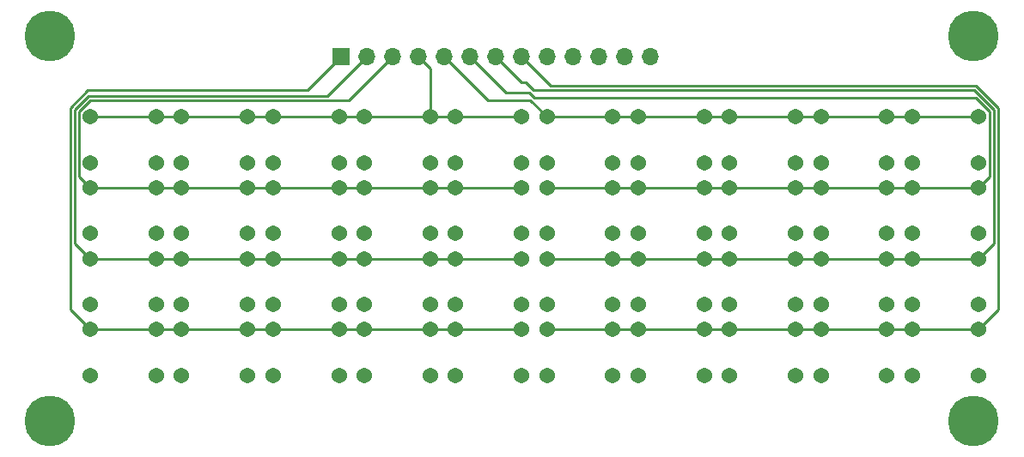
<source format=gbr>
%TF.GenerationSoftware,KiCad,Pcbnew,(5.1.6)-1*%
%TF.CreationDate,2020-09-22T22:21:25+03:00*%
%TF.ProjectId,ZX Keyboard_buttons,5a58204b-6579-4626-9f61-72645f627574,rev?*%
%TF.SameCoordinates,Original*%
%TF.FileFunction,Copper,L1,Top*%
%TF.FilePolarity,Positive*%
%FSLAX46Y46*%
G04 Gerber Fmt 4.6, Leading zero omitted, Abs format (unit mm)*
G04 Created by KiCad (PCBNEW (5.1.6)-1) date 2020-09-22 22:21:25*
%MOMM*%
%LPD*%
G01*
G04 APERTURE LIST*
%TA.AperFunction,ComponentPad*%
%ADD10C,1.540000*%
%TD*%
%TA.AperFunction,ComponentPad*%
%ADD11O,1.700000X1.700000*%
%TD*%
%TA.AperFunction,ComponentPad*%
%ADD12R,1.700000X1.700000*%
%TD*%
%TA.AperFunction,ViaPad*%
%ADD13C,5.000000*%
%TD*%
%TA.AperFunction,Conductor*%
%ADD14C,0.250000*%
%TD*%
G04 APERTURE END LIST*
D10*
%TO.P,S4,4*%
%TO.N,/K_D3*%
X69500000Y-109500000D03*
%TO.P,S4,3*%
X63000000Y-109500000D03*
%TO.P,S4,2*%
%TO.N,/K_A11*%
X69500000Y-105000000D03*
%TO.P,S4,1*%
X63000000Y-105000000D03*
%TD*%
%TO.P,S5,4*%
%TO.N,/K_D4*%
X78500000Y-109500000D03*
%TO.P,S5,3*%
X72000000Y-109500000D03*
%TO.P,S5,2*%
%TO.N,/K_A11*%
X78500000Y-105000000D03*
%TO.P,S5,1*%
X72000000Y-105000000D03*
%TD*%
D11*
%TO.P,J1,13*%
%TO.N,/K_D0*%
X91186000Y-99060000D03*
%TO.P,J1,12*%
%TO.N,/K_D1*%
X88646000Y-99060000D03*
%TO.P,J1,11*%
%TO.N,/K_D2*%
X86106000Y-99060000D03*
%TO.P,J1,10*%
%TO.N,/K_D3*%
X83566000Y-99060000D03*
%TO.P,J1,9*%
%TO.N,/K_D4*%
X81026000Y-99060000D03*
%TO.P,J1,8*%
%TO.N,/K_A15*%
X78486000Y-99060000D03*
%TO.P,J1,7*%
%TO.N,/K_A14*%
X75946000Y-99060000D03*
%TO.P,J1,6*%
%TO.N,/K_A13*%
X73406000Y-99060000D03*
%TO.P,J1,5*%
%TO.N,/K_A12*%
X70866000Y-99060000D03*
%TO.P,J1,4*%
%TO.N,/K_A11*%
X68326000Y-99060000D03*
%TO.P,J1,3*%
%TO.N,/K_A10*%
X65786000Y-99060000D03*
%TO.P,J1,2*%
%TO.N,/K_A9*%
X63246000Y-99060000D03*
D12*
%TO.P,J1,1*%
%TO.N,/K_A8*%
X60706000Y-99060000D03*
%TD*%
D10*
%TO.P,S40,4*%
%TO.N,/K_D0*%
X123500000Y-130500000D03*
%TO.P,S40,3*%
X117000000Y-130500000D03*
%TO.P,S40,2*%
%TO.N,/K_A15*%
X123500000Y-126000000D03*
%TO.P,S40,1*%
X117000000Y-126000000D03*
%TD*%
%TO.P,S39,4*%
%TO.N,/K_D1*%
X114500000Y-130500000D03*
%TO.P,S39,3*%
X108000000Y-130500000D03*
%TO.P,S39,2*%
%TO.N,/K_A15*%
X114500000Y-126000000D03*
%TO.P,S39,1*%
X108000000Y-126000000D03*
%TD*%
%TO.P,S38,4*%
%TO.N,/K_D2*%
X105500000Y-130500000D03*
%TO.P,S38,3*%
X99000000Y-130500000D03*
%TO.P,S38,2*%
%TO.N,/K_A15*%
X105500000Y-126000000D03*
%TO.P,S38,1*%
X99000000Y-126000000D03*
%TD*%
%TO.P,S37,4*%
%TO.N,/K_D3*%
X96500000Y-130500000D03*
%TO.P,S37,3*%
X90000000Y-130500000D03*
%TO.P,S37,2*%
%TO.N,/K_A15*%
X96500000Y-126000000D03*
%TO.P,S37,1*%
X90000000Y-126000000D03*
%TD*%
%TO.P,S36,4*%
%TO.N,/K_D4*%
X87500000Y-130500000D03*
%TO.P,S36,3*%
X81000000Y-130500000D03*
%TO.P,S36,2*%
%TO.N,/K_A15*%
X87500000Y-126000000D03*
%TO.P,S36,1*%
X81000000Y-126000000D03*
%TD*%
%TO.P,S35,4*%
%TO.N,/K_D4*%
X78500000Y-130500000D03*
%TO.P,S35,3*%
X72000000Y-130500000D03*
%TO.P,S35,2*%
%TO.N,/K_A8*%
X78500000Y-126000000D03*
%TO.P,S35,1*%
X72000000Y-126000000D03*
%TD*%
%TO.P,S34,4*%
%TO.N,/K_D3*%
X69500000Y-130500000D03*
%TO.P,S34,3*%
X63000000Y-130500000D03*
%TO.P,S34,2*%
%TO.N,/K_A8*%
X69500000Y-126000000D03*
%TO.P,S34,1*%
X63000000Y-126000000D03*
%TD*%
%TO.P,S33,4*%
%TO.N,/K_D2*%
X60500000Y-130500000D03*
%TO.P,S33,3*%
X54000000Y-130500000D03*
%TO.P,S33,2*%
%TO.N,/K_A8*%
X60500000Y-126000000D03*
%TO.P,S33,1*%
X54000000Y-126000000D03*
%TD*%
%TO.P,S32,4*%
%TO.N,/K_D1*%
X51500000Y-130500000D03*
%TO.P,S32,3*%
X45000000Y-130500000D03*
%TO.P,S32,2*%
%TO.N,/K_A8*%
X51500000Y-126000000D03*
%TO.P,S32,1*%
X45000000Y-126000000D03*
%TD*%
%TO.P,S31,4*%
%TO.N,/K_D0*%
X42500000Y-130500000D03*
%TO.P,S31,3*%
X36000000Y-130500000D03*
%TO.P,S31,2*%
%TO.N,/K_A8*%
X42500000Y-126000000D03*
%TO.P,S31,1*%
X36000000Y-126000000D03*
%TD*%
%TO.P,S30,4*%
%TO.N,/K_D0*%
X123500000Y-123500000D03*
%TO.P,S30,3*%
X117000000Y-123500000D03*
%TO.P,S30,2*%
%TO.N,/K_A14*%
X123500000Y-119000000D03*
%TO.P,S30,1*%
X117000000Y-119000000D03*
%TD*%
%TO.P,S29,4*%
%TO.N,/K_D1*%
X114500000Y-123500000D03*
%TO.P,S29,3*%
X108000000Y-123500000D03*
%TO.P,S29,2*%
%TO.N,/K_A14*%
X114500000Y-119000000D03*
%TO.P,S29,1*%
X108000000Y-119000000D03*
%TD*%
%TO.P,S28,4*%
%TO.N,/K_D2*%
X105500000Y-123500000D03*
%TO.P,S28,3*%
X99000000Y-123500000D03*
%TO.P,S28,2*%
%TO.N,/K_A14*%
X105500000Y-119000000D03*
%TO.P,S28,1*%
X99000000Y-119000000D03*
%TD*%
%TO.P,S27,4*%
%TO.N,/K_D3*%
X96500000Y-123500000D03*
%TO.P,S27,3*%
X90000000Y-123500000D03*
%TO.P,S27,2*%
%TO.N,/K_A14*%
X96500000Y-119000000D03*
%TO.P,S27,1*%
X90000000Y-119000000D03*
%TD*%
%TO.P,S26,4*%
%TO.N,/K_D4*%
X87500000Y-123500000D03*
%TO.P,S26,3*%
X81000000Y-123500000D03*
%TO.P,S26,2*%
%TO.N,/K_A14*%
X87500000Y-119000000D03*
%TO.P,S26,1*%
X81000000Y-119000000D03*
%TD*%
%TO.P,S25,4*%
%TO.N,/K_D4*%
X78500000Y-123500000D03*
%TO.P,S25,3*%
X72000000Y-123500000D03*
%TO.P,S25,2*%
%TO.N,/K_A9*%
X78500000Y-119000000D03*
%TO.P,S25,1*%
X72000000Y-119000000D03*
%TD*%
%TO.P,S24,4*%
%TO.N,/K_D3*%
X69500000Y-123500000D03*
%TO.P,S24,3*%
X63000000Y-123500000D03*
%TO.P,S24,2*%
%TO.N,/K_A9*%
X69500000Y-119000000D03*
%TO.P,S24,1*%
X63000000Y-119000000D03*
%TD*%
%TO.P,S23,4*%
%TO.N,/K_D2*%
X60500000Y-123500000D03*
%TO.P,S23,3*%
X54000000Y-123500000D03*
%TO.P,S23,2*%
%TO.N,/K_A9*%
X60500000Y-119000000D03*
%TO.P,S23,1*%
X54000000Y-119000000D03*
%TD*%
%TO.P,S22,4*%
%TO.N,/K_D1*%
X51500000Y-123500000D03*
%TO.P,S22,3*%
X45000000Y-123500000D03*
%TO.P,S22,2*%
%TO.N,/K_A9*%
X51500000Y-119000000D03*
%TO.P,S22,1*%
X45000000Y-119000000D03*
%TD*%
%TO.P,S21,4*%
%TO.N,/K_D0*%
X42500000Y-123500000D03*
%TO.P,S21,3*%
X36000000Y-123500000D03*
%TO.P,S21,2*%
%TO.N,/K_A9*%
X42500000Y-119000000D03*
%TO.P,S21,1*%
X36000000Y-119000000D03*
%TD*%
%TO.P,S20,4*%
%TO.N,/K_D0*%
X123500000Y-116500000D03*
%TO.P,S20,3*%
X117000000Y-116500000D03*
%TO.P,S20,2*%
%TO.N,/K_A13*%
X123500000Y-112000000D03*
%TO.P,S20,1*%
X117000000Y-112000000D03*
%TD*%
%TO.P,S19,4*%
%TO.N,/K_D1*%
X114500000Y-116500000D03*
%TO.P,S19,3*%
X108000000Y-116500000D03*
%TO.P,S19,2*%
%TO.N,/K_A13*%
X114500000Y-112000000D03*
%TO.P,S19,1*%
X108000000Y-112000000D03*
%TD*%
%TO.P,S18,4*%
%TO.N,/K_D2*%
X105500000Y-116500000D03*
%TO.P,S18,3*%
X99000000Y-116500000D03*
%TO.P,S18,2*%
%TO.N,/K_A13*%
X105500000Y-112000000D03*
%TO.P,S18,1*%
X99000000Y-112000000D03*
%TD*%
%TO.P,S17,4*%
%TO.N,/K_D3*%
X96500000Y-116500000D03*
%TO.P,S17,3*%
X90000000Y-116500000D03*
%TO.P,S17,2*%
%TO.N,/K_A13*%
X96500000Y-112000000D03*
%TO.P,S17,1*%
X90000000Y-112000000D03*
%TD*%
%TO.P,S16,4*%
%TO.N,/K_D4*%
X87500000Y-116500000D03*
%TO.P,S16,3*%
X81000000Y-116500000D03*
%TO.P,S16,2*%
%TO.N,/K_A13*%
X87500000Y-112000000D03*
%TO.P,S16,1*%
X81000000Y-112000000D03*
%TD*%
%TO.P,S15,4*%
%TO.N,/K_D4*%
X78500000Y-116500000D03*
%TO.P,S15,3*%
X72000000Y-116500000D03*
%TO.P,S15,2*%
%TO.N,/K_A10*%
X78500000Y-112000000D03*
%TO.P,S15,1*%
X72000000Y-112000000D03*
%TD*%
%TO.P,S14,4*%
%TO.N,/K_D3*%
X69500000Y-116500000D03*
%TO.P,S14,3*%
X63000000Y-116500000D03*
%TO.P,S14,2*%
%TO.N,/K_A10*%
X69500000Y-112000000D03*
%TO.P,S14,1*%
X63000000Y-112000000D03*
%TD*%
%TO.P,S13,4*%
%TO.N,/K_D2*%
X60500000Y-116500000D03*
%TO.P,S13,3*%
X54000000Y-116500000D03*
%TO.P,S13,2*%
%TO.N,/K_A10*%
X60500000Y-112000000D03*
%TO.P,S13,1*%
X54000000Y-112000000D03*
%TD*%
%TO.P,S12,4*%
%TO.N,/K_D1*%
X51500000Y-116500000D03*
%TO.P,S12,3*%
X45000000Y-116500000D03*
%TO.P,S12,2*%
%TO.N,/K_A10*%
X51500000Y-112000000D03*
%TO.P,S12,1*%
X45000000Y-112000000D03*
%TD*%
%TO.P,S11,4*%
%TO.N,/K_D0*%
X42500000Y-116500000D03*
%TO.P,S11,3*%
X36000000Y-116500000D03*
%TO.P,S11,2*%
%TO.N,/K_A10*%
X42500000Y-112000000D03*
%TO.P,S11,1*%
X36000000Y-112000000D03*
%TD*%
%TO.P,S10,4*%
%TO.N,/K_D0*%
X123500000Y-109500000D03*
%TO.P,S10,3*%
X117000000Y-109500000D03*
%TO.P,S10,2*%
%TO.N,/K_A12*%
X123500000Y-105000000D03*
%TO.P,S10,1*%
X117000000Y-105000000D03*
%TD*%
%TO.P,S9,4*%
%TO.N,/K_D1*%
X114500000Y-109500000D03*
%TO.P,S9,3*%
X108000000Y-109500000D03*
%TO.P,S9,2*%
%TO.N,/K_A12*%
X114500000Y-105000000D03*
%TO.P,S9,1*%
X108000000Y-105000000D03*
%TD*%
%TO.P,S8,4*%
%TO.N,/K_D2*%
X105500000Y-109500000D03*
%TO.P,S8,3*%
X99000000Y-109500000D03*
%TO.P,S8,2*%
%TO.N,/K_A12*%
X105500000Y-105000000D03*
%TO.P,S8,1*%
X99000000Y-105000000D03*
%TD*%
%TO.P,S7,4*%
%TO.N,/K_D3*%
X96500000Y-109500000D03*
%TO.P,S7,3*%
X90000000Y-109500000D03*
%TO.P,S7,2*%
%TO.N,/K_A12*%
X96500000Y-105000000D03*
%TO.P,S7,1*%
X90000000Y-105000000D03*
%TD*%
%TO.P,S6,4*%
%TO.N,/K_D4*%
X87500000Y-109500000D03*
%TO.P,S6,3*%
X81000000Y-109500000D03*
%TO.P,S6,2*%
%TO.N,/K_A12*%
X87500000Y-105000000D03*
%TO.P,S6,1*%
X81000000Y-105000000D03*
%TD*%
%TO.P,S3,4*%
%TO.N,/K_D2*%
X60500000Y-109500000D03*
%TO.P,S3,3*%
X54000000Y-109500000D03*
%TO.P,S3,2*%
%TO.N,/K_A11*%
X60500000Y-105000000D03*
%TO.P,S3,1*%
X54000000Y-105000000D03*
%TD*%
%TO.P,S2,4*%
%TO.N,/K_D1*%
X51500000Y-109500000D03*
%TO.P,S2,3*%
X45000000Y-109500000D03*
%TO.P,S2,2*%
%TO.N,/K_A11*%
X51500000Y-105000000D03*
%TO.P,S2,1*%
X45000000Y-105000000D03*
%TD*%
%TO.P,S1,4*%
%TO.N,/K_D0*%
X42500000Y-109500000D03*
%TO.P,S1,3*%
X36000000Y-109500000D03*
%TO.P,S1,2*%
%TO.N,/K_A11*%
X42500000Y-105000000D03*
%TO.P,S1,1*%
X36000000Y-105000000D03*
%TD*%
D13*
%TO.N,*%
X32000000Y-97000000D03*
X32000000Y-135000000D03*
X123000000Y-135000000D03*
X123000000Y-97000000D03*
%TD*%
D14*
%TO.N,/K_A8*%
X36000000Y-126000000D02*
X42500000Y-126000000D01*
X42500000Y-126000000D02*
X45000000Y-126000000D01*
X45000000Y-126000000D02*
X51500000Y-126000000D01*
X51500000Y-126000000D02*
X54000000Y-126000000D01*
X54000000Y-126000000D02*
X60500000Y-126000000D01*
X60500000Y-126000000D02*
X63000000Y-126000000D01*
X63000000Y-126000000D02*
X69500000Y-126000000D01*
X69500000Y-126000000D02*
X72000000Y-126000000D01*
X72000000Y-126000000D02*
X78500000Y-126000000D01*
X36000000Y-126000000D02*
X34004980Y-124004980D01*
X34004980Y-124004980D02*
X34004981Y-104101597D01*
X34004981Y-104101597D02*
X35744578Y-102362000D01*
X57404000Y-102362000D02*
X60706000Y-99060000D01*
X35744578Y-102362000D02*
X57404000Y-102362000D01*
%TO.N,/K_A9*%
X42500000Y-119000000D02*
X36000000Y-119000000D01*
X42500000Y-119000000D02*
X45000000Y-119000000D01*
X45000000Y-119000000D02*
X51500000Y-119000000D01*
X51500000Y-119000000D02*
X54000000Y-119000000D01*
X54000000Y-119000000D02*
X60500000Y-119000000D01*
X63000000Y-119000000D02*
X69500000Y-119000000D01*
X63000000Y-119000000D02*
X60500000Y-119000000D01*
X69500000Y-119000000D02*
X72000000Y-119000000D01*
X72000000Y-119000000D02*
X78500000Y-119000000D01*
X35814998Y-102927990D02*
X59378010Y-102927990D01*
X34454990Y-104287998D02*
X35814998Y-102927990D01*
X36000000Y-119000000D02*
X34454990Y-117454990D01*
X59378010Y-102927990D02*
X63246000Y-99060000D01*
X34454990Y-117454990D02*
X34454990Y-104287998D01*
%TO.N,/K_A10*%
X36000000Y-112000000D02*
X42500000Y-112000000D01*
X42500000Y-112000000D02*
X45000000Y-112000000D01*
X45000000Y-112000000D02*
X51500000Y-112000000D01*
X51500000Y-112000000D02*
X54000000Y-112000000D01*
X54000000Y-112000000D02*
X60500000Y-112000000D01*
X60500000Y-112000000D02*
X63000000Y-112000000D01*
X63000000Y-112000000D02*
X69500000Y-112000000D01*
X69500000Y-112000000D02*
X72000000Y-112000000D01*
X72000000Y-112000000D02*
X78500000Y-112000000D01*
X36000000Y-112000000D02*
X34904999Y-110904999D01*
X34904999Y-110904999D02*
X34904999Y-104474399D01*
X34904999Y-104474399D02*
X36001398Y-103378000D01*
X61468000Y-103378000D02*
X65786000Y-99060000D01*
X36001398Y-103378000D02*
X61468000Y-103378000D01*
%TO.N,/K_A11*%
X36000000Y-105000000D02*
X42500000Y-105000000D01*
X42500000Y-105000000D02*
X45000000Y-105000000D01*
X45000000Y-105000000D02*
X51500000Y-105000000D01*
X51500000Y-105000000D02*
X54000000Y-105000000D01*
X54000000Y-105000000D02*
X60500000Y-105000000D01*
X60500000Y-105000000D02*
X63000000Y-105000000D01*
X63000000Y-105000000D02*
X69500000Y-105000000D01*
X69500000Y-105000000D02*
X72000000Y-105000000D01*
X72000000Y-105000000D02*
X78500000Y-105000000D01*
X69500000Y-100234000D02*
X68326000Y-99060000D01*
X69500000Y-105000000D02*
X69500000Y-100234000D01*
%TO.N,/K_A12*%
X123500000Y-105000000D02*
X117000000Y-105000000D01*
X117000000Y-105000000D02*
X114500000Y-105000000D01*
X114500000Y-105000000D02*
X108000000Y-105000000D01*
X108000000Y-105000000D02*
X105500000Y-105000000D01*
X105500000Y-105000000D02*
X99000000Y-105000000D01*
X99000000Y-105000000D02*
X96500000Y-105000000D01*
X96500000Y-105000000D02*
X90000000Y-105000000D01*
X90000000Y-105000000D02*
X87500000Y-105000000D01*
X87500000Y-105000000D02*
X81000000Y-105000000D01*
X81000000Y-105000000D02*
X79378000Y-103378000D01*
X75184000Y-103378000D02*
X70866000Y-99060000D01*
X79378000Y-103378000D02*
X75184000Y-103378000D01*
%TO.N,/K_A13*%
X81000000Y-112000000D02*
X87500000Y-112000000D01*
X87500000Y-112000000D02*
X90000000Y-112000000D01*
X90000000Y-112000000D02*
X96500000Y-112000000D01*
X96500000Y-112000000D02*
X99000000Y-112000000D01*
X99000000Y-112000000D02*
X105500000Y-112000000D01*
X105500000Y-112000000D02*
X108000000Y-112000000D01*
X108000000Y-112000000D02*
X114500000Y-112000000D01*
X114500000Y-112000000D02*
X117000000Y-112000000D01*
X117000000Y-112000000D02*
X123500000Y-112000000D01*
X76962000Y-102616000D02*
X73406000Y-99060000D01*
X79252410Y-102616000D02*
X76962000Y-102616000D01*
X123500000Y-112000000D02*
X124595001Y-110904999D01*
X124595001Y-110904999D02*
X124595001Y-104474399D01*
X124595001Y-104474399D02*
X123244602Y-103124000D01*
X123244602Y-103124000D02*
X79760410Y-103124000D01*
X79760410Y-103124000D02*
X79252410Y-102616000D01*
%TO.N,/K_A14*%
X81000000Y-119000000D02*
X87500000Y-119000000D01*
X87500000Y-119000000D02*
X90000000Y-119000000D01*
X90000000Y-119000000D02*
X96500000Y-119000000D01*
X96500000Y-119000000D02*
X99000000Y-119000000D01*
X99000000Y-119000000D02*
X105500000Y-119000000D01*
X105500000Y-119000000D02*
X108000000Y-119000000D01*
X108000000Y-119000000D02*
X114500000Y-119000000D01*
X114500000Y-119000000D02*
X117000000Y-119000000D01*
X117000000Y-119000000D02*
X123500000Y-119000000D01*
X123500000Y-119000000D02*
X125045010Y-117454990D01*
X125045010Y-117454990D02*
X125045010Y-104287998D01*
X125045010Y-104287998D02*
X123119012Y-102362000D01*
X79634820Y-102362000D02*
X78872820Y-101600000D01*
X123119012Y-102362000D02*
X79634820Y-102362000D01*
X78486000Y-101600000D02*
X75946000Y-99060000D01*
X78872820Y-101600000D02*
X78486000Y-101600000D01*
%TO.N,/K_A15*%
X81000000Y-126000000D02*
X87500000Y-126000000D01*
X87500000Y-126000000D02*
X90000000Y-126000000D01*
X90000000Y-126000000D02*
X96500000Y-126000000D01*
X96500000Y-126000000D02*
X99000000Y-126000000D01*
X99000000Y-126000000D02*
X105500000Y-126000000D01*
X105500000Y-126000000D02*
X108000000Y-126000000D01*
X108000000Y-126000000D02*
X114500000Y-126000000D01*
X114500000Y-126000000D02*
X117000000Y-126000000D01*
X117000000Y-126000000D02*
X123500000Y-126000000D01*
X125495019Y-104101597D02*
X123305412Y-101911990D01*
X81337990Y-101911990D02*
X78486000Y-99060000D01*
X123305412Y-101911990D02*
X81337990Y-101911990D01*
X123500000Y-126000000D02*
X125495019Y-124004981D01*
X125495019Y-124004981D02*
X125495019Y-104101597D01*
%TD*%
M02*

</source>
